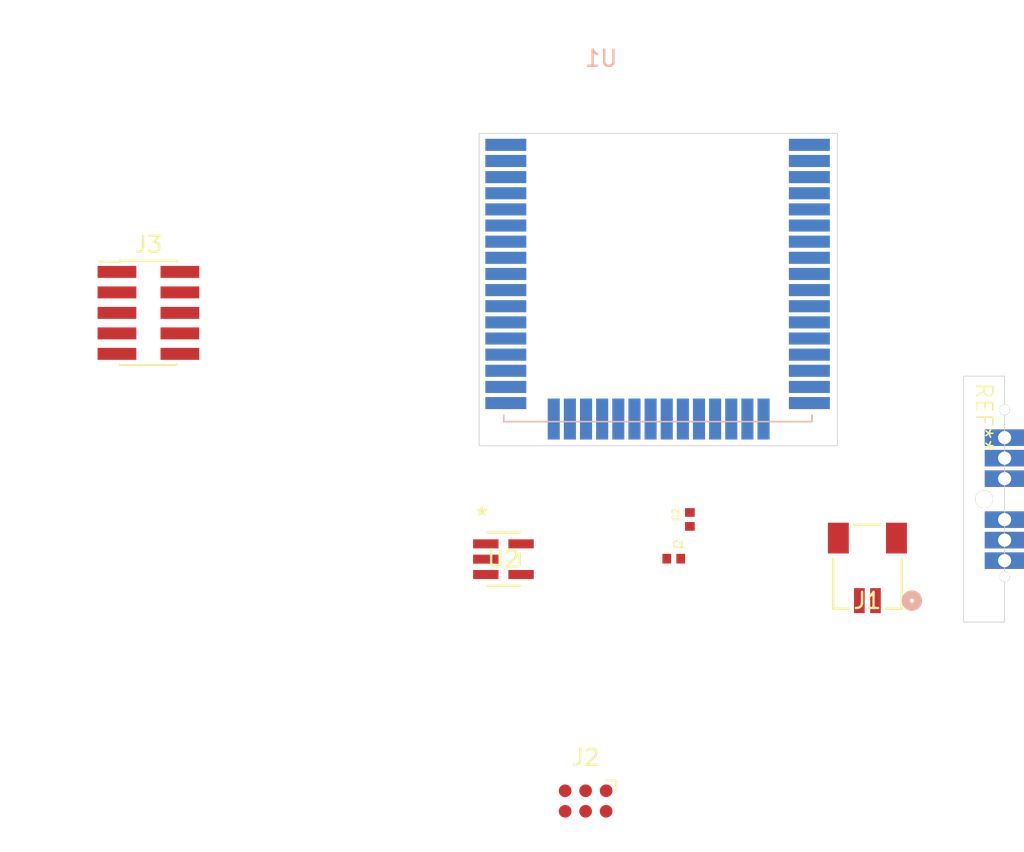
<source format=kicad_pcb>
(kicad_pcb (version 20240108) (generator "pcbnew") (generator_version "8.0")
  (layers (0 "F.Cu" signal) (31 "B.Cu" signal) (34 "B.Paste" user) (35 "F.Paste" user) (36 "B.SilkS" user "B.Silkscreen") (37 "F.SilkS" user "F.Silkscreen") (38 "B.Mask" user) (39 "F.Mask" user) (44 "Edge.Cuts" user))
  (net 0 "")
  (net 1 "Vreg")
  (net 2 "GND")
  (net 3 "Net-(U2-NR)")
  (net 4 "Net-(U2-EN)")
  (net 5 "Net-(J2-SWDIO)")
  (net 7 "Net-(J2-SWCLK)")
  (net 8 "RESET")
  (footprint "Package_TO_SOT_SMD:DDC5" (layer "F.Cu") (at 115.4478 95.529999)
    (property "Reference" "U2" (at 0 0 0) (layer "F.SilkS"))
    (property "Value" "TPS79933DDCR")
    (fp_line (start -1.0033 1.651) (end 1.0033 1.651) (stroke (width 0.1524)) (layer "F.SilkS"))
    (fp_line (start 1.0033 -1.651) (end -1.0033 -1.651) (stroke (width 0.1524)) (layer "F.SilkS"))
    (fp_line (start 1.0033 0.337861) (end 1.0033 -0.337861) (stroke (width 0.1524)) (layer "F.SilkS"))
    (fp_text user "*" (at -1.3462 -2.6518 0) (layer "F.SilkS"))
    (fp_text user "*" (at -1.3462 -2.6518 0) (layer "F.SilkS"))
    (pad "1" smd rect (at -1.0922 -0.950001) (size 1.5748 0.5588) (layers "F.Cu" "F.Paste" "F.Mask") (net 4 "Net-(U2-EN)"))
    (pad "2" smd rect (at -1.0922 0) (size 1.5748 0.5588) (layers "F.Cu" "F.Paste" "F.Mask") (net 2 "GND"))
    (pad "3" smd rect (at -1.0922 0.950001) (size 1.5748 0.5588) (layers "F.Cu" "F.Paste" "F.Mask") (net 4 "Net-(U2-EN)"))
    (pad "4" smd rect (at 1.0922 0.950001) (size 1.5748 0.5588) (layers "F.Cu" "F.Paste" "F.Mask") (net 3 "Net-(U2-NR)"))
    (pad "5" smd rect (at 1.0922 -0.950001) (size 1.5748 0.5588) (layers "F.Cu" "F.Paste" "F.Mask") (net 1 "Vreg"))
  )
  (footprint "Connector_PinHeader_1.27mm:PinHeader_2x05_P1.27mm_Vertical_SMD" (layer "F.Cu") (at 93.45 80.27)
    (property "Reference" "J3" (at 0 -4.235 0) (layer "F.SilkS"))
    (property "Value" "Conn_ARM_JTAG_SWD_10")
    (fp_line (start -3.09 -3.17) (end -1.765 -3.17) (stroke (width 0.12)) (layer "F.SilkS"))
    (fp_line (start -1.765 -3.235) (end -1.765 -3.17) (stroke (width 0.12)) (layer "F.SilkS"))
    (fp_line (start -1.765 -3.235) (end 1.765 -3.235) (stroke (width 0.12)) (layer "F.SilkS"))
    (fp_line (start -1.765 3.17) (end -1.765 3.235) (stroke (width 0.12)) (layer "F.SilkS"))
    (fp_line (start -1.765 3.235) (end 1.765 3.235) (stroke (width 0.12)) (layer "F.SilkS"))
    (fp_line (start 1.765 -3.235) (end 1.765 -3.17) (stroke (width 0.12)) (layer "F.SilkS"))
    (fp_line (start 1.765 3.17) (end 1.765 3.235) (stroke (width 0.12)) (layer "F.SilkS"))
    (pad "1" smd rect (at -1.95 -2.54) (size 2.4 0.74) (layers "F.Cu" "F.Paste" "F.Mask") (net 1 "Vreg"))
    (pad "2" smd rect (at 1.95 -2.54) (size 2.4 0.74) (layers "F.Cu" "F.Paste" "F.Mask") (net 5 "Net-(J2-SWDIO)"))
    (pad "3" smd rect (at -1.95 -1.27) (size 2.4 0.74) (layers "F.Cu" "F.Paste" "F.Mask") (net 2 "GND"))
    (pad "4" smd rect (at 1.95 -1.27) (size 2.4 0.74) (layers "F.Cu" "F.Paste" "F.Mask") (net 7 "Net-(J2-SWCLK)"))
    (pad "5" smd rect (at -1.95 0) (size 2.4 0.74) (layers "F.Cu" "F.Paste" "F.Mask") (net 2 "GND"))
    (pad "6" smd rect (at 1.95 0) (size 2.4 0.74) (layers "F.Cu" "F.Paste" "F.Mask"))
    (pad "7" smd rect (at -1.95 1.27) (size 2.4 0.74) (layers "F.Cu" "F.Paste" "F.Mask"))
    (pad "8" smd rect (at 1.95 1.27) (size 2.4 0.74) (layers "F.Cu" "F.Paste" "F.Mask"))
    (pad "9" smd rect (at -1.95 2.54) (size 2.4 0.74) (layers "F.Cu" "F.Paste" "F.Mask") (net 2 "GND"))
    (pad "10" smd rect (at 1.95 2.54) (size 2.4 0.74) (layers "F.Cu" "F.Paste" "F.Mask") (net 8 "RESET"))
  )
  (footprint "imported:GRM155C80J225KE95D" (layer "F.Cu") (at 127 93.068 90)
    (property "Reference" "C2" (at 0.3 -0.88 90) (layer "F.SilkS") (effects (font (size 0.393701 0.393701))))
    (property "Value" "C")
    (pad "1" smd rect (at -0.432 0 90) (size 0.54 0.6) (layers "F.Cu" "F.Paste" "F.Mask") (net 3 "Net-(U2-NR)"))
    (pad "2" smd rect (at 0.432 0 90) (size 0.54 0.6) (layers "F.Cu" "F.Paste" "F.Mask") (net 2 "GND"))
  )
  (footprint "Connector:Tag-Connect_TC2030-IDC-NL_2x03_P1.27mm_Vertical" (layer "F.Cu") (at 120.54 110.516 180)
    (property "Reference" "J2" (at 0 2.7 0) (layer "F.SilkS"))
    (property "Value" "Conn_ARM_SWD_TagConnect_TC2030-NL")
    (fp_line (start -1.27 1.27) (end -1.905 1.27) (stroke (width 0.12)) (layer "F.SilkS"))
    (fp_line (start -1.905 1.27) (end -1.905 0.635) (stroke (width 0.12)) (layer "F.SilkS"))
    (pad "" np_thru_hole circle (at -2.54 0 180) (size 0.9906 0.9906) (drill 0.9906) (layers "*.Cu" "*.Mask"))
    (pad "" np_thru_hole circle (at 2.54 -1.016 180) (size 0.9906 0.9906) (drill 0.9906) (layers "*.Cu" "*.Mask"))
    (pad "" np_thru_hole circle (at 2.54 1.016 180) (size 0.9906 0.9906) (drill 0.9906) (layers "*.Cu" "*.Mask"))
    (pad "1" connect circle (at -1.27 0.635 180) (size 0.7874 0.7874) (layers "F.Cu" "F.Mask") (net 1 "Vreg"))
    (pad "2" connect circle (at -1.27 -0.635 180) (size 0.7874 0.7874) (layers "F.Cu" "F.Mask") (net 5 "Net-(J2-SWDIO)"))
    (pad "3" connect circle (at 0 0.635 180) (size 0.7874 0.7874) (layers "F.Cu" "F.Mask") (net 8 "RESET"))
    (pad "4" connect circle (at 0 -0.635 180) (size 0.7874 0.7874) (layers "F.Cu" "F.Mask") (net 7 "Net-(J2-SWCLK)"))
    (pad "5" connect circle (at 1.27 0.635 180) (size 0.7874 0.7874) (layers "F.Cu" "F.Mask") (net 2 "GND"))
    (pad "6" connect circle (at 1.27 -0.635 180) (size 0.7874 0.7874) (layers "F.Cu" "F.Mask"))
  )
  (footprint "custom:edgeconnect" (layer "F.Cu") (at 145.23 91.81 -90)
    (property "Reference" "REF**" (at -5.08 0 -90) (layer "F.SilkS") (effects (font (thickness 0.1))))
    (property "Value" "edgeconnect")
    (fp_rect (start -7.62 -1.27) (end 7.62 1.27) (stroke (width 0.05)) (fill none) (layer "Edge.Cuts"))
    (pad "1" thru_hole rect (at 3.81 -1.27 270) (size 1.02 2.45) (drill 0.8128) (property pad_prop_castellated) (layers "*.Cu" "*.Mask"))
    (pad "2" thru_hole rect (at 2.54 -1.27 270) (size 1.02 2.45) (drill 0.8128) (property pad_prop_castellated) (layers "*.Cu" "*.Mask"))
    (pad "3" thru_hole rect (at 1.27 -1.27 270) (size 1.02 2.45) (drill 0.8128) (property pad_prop_castellated) (layers "*.Cu" "*.Mask"))
    (pad "4" thru_hole rect (at -1.27 -1.27 270) (size 1.02 2.45) (drill 0.8128) (property pad_prop_castellated) (layers "*.Cu" "*.Mask"))
    (pad "5" thru_hole rect (at -2.54 -1.27 270) (size 1.02 2.45) (drill 0.8128) (property pad_prop_castellated) (layers "*.Cu" "*.Mask"))
    (pad "6" thru_hole rect (at -3.81 -1.27 270) (size 1.02 2.45) (drill 0.8128) (property pad_prop_castellated) (layers "*.Cu" "*.Mask"))
    (pad "7" thru_hole circle (at 4.81 -1.27 270) (size 0.64 0.64) (drill 0.64) (property pad_prop_castellated) (layers "*.Cu" "*.Mask"))
    (pad "8" thru_hole circle (at -5.54 -1.27 270) (size 0.64 0.64) (drill 0.64) (property pad_prop_castellated) (layers "*.Cu" "*.Mask"))
    (pad "9" thru_hole circle (at 0 0 270) (size 1.1 1.1) (drill 1.1) (property pad_prop_castellated) (layers "*.Cu" "*.Mask"))
  )
  (footprint "imported:GRM155C80J225KE95D" (layer "F.Cu") (at 126 95.5)
    (property "Reference" "C1" (at 0.3 -0.88 0) (layer "F.SilkS") (effects (font (size 0.393701 0.393701))))
    (property "Value" "2.2uF")
    (pad "1" smd rect (at -0.432 0) (size 0.54 0.6) (layers "F.Cu" "F.Paste" "F.Mask") (net 2 "GND"))
    (pad "2" smd rect (at 0.432 0) (size 0.54 0.6) (layers "F.Cu" "F.Paste" "F.Mask") (net 1 "Vreg"))
  )
  (footprint "Connector_JST:CONN_SM02B-SRSS-TB_JST" (layer "F.Cu") (at 138 96)
    (property "Reference" "J1" (at 0 2.0985 0) (layer "F.SilkS"))
    (property "Value" "SM02B-SRSS-TB LFSN")
    (fp_circle (center 2.7559 2.0985) (end 3.1369 2.0985) (stroke (width 0.508)) (fill none) (layer "B.SilkS"))
    (fp_line (start -2.1209 -0.491261) (end -2.1209 2.6035) (stroke (width 0.1524)) (layer "F.SilkS"))
    (fp_line (start -2.1209 2.6035) (end -1.162939 2.6035) (stroke (width 0.1524)) (layer "F.SilkS"))
    (fp_line (start 0.819559 -2.6035) (end -0.819559 -2.6035) (stroke (width 0.1524)) (layer "F.SilkS"))
    (fp_line (start 1.162939 2.6035) (end 2.1209 2.6035) (stroke (width 0.1524)) (layer "F.SilkS"))
    (fp_line (start 2.1209 2.6035) (end 2.1209 -0.491261) (stroke (width 0.1524)) (layer "F.SilkS"))
    (fp_circle (center 2.7559 2.0985) (end 3.1369 2.0985) (stroke (width 0.508)) (fill none) (layer "F.SilkS"))
    (pad "1" smd rect (at 0.499999 2.0985) (size 0.6604 1.5494) (layers "F.Cu" "F.Paste" "F.Mask") (net 4 "Net-(U2-EN)"))
    (pad "2" smd rect (at -0.499999 2.0985) (size 0.6604 1.5494) (layers "F.Cu" "F.Paste" "F.Mask") (net 2 "GND"))
    (pad "3" smd rect (at -1.799999 -1.776501) (size 1.2954 1.905) (layers "F.Cu" "F.Paste" "F.Mask"))
    (pad "4" smd rect (at 1.799999 -1.776501) (size 1.2954 1.905) (layers "F.Cu" "F.Paste" "F.Mask"))
  )
  (footprint "DWM3001C:DWM3001C" (layer "B.Cu") (at 134.565 87.0075 180)
    (property "Reference" "U1" (at 13.065 22.5075 0) (layer "B.SilkS") (effects (justify mirror)))
    (property "Value" "DWM3001C")
    (fp_line (start 19.1 0.4) (end 19.1 0) (stroke (width 0.1)) (layer "B.SilkS"))
    (fp_line (start 19.1 0) (end 0 0) (stroke (width 0.1)) (layer "B.SilkS"))
    (fp_line (start 0 0.4) (end 0 0) (stroke (width 0.1)) (layer "B.SilkS"))
    (pad "1" smd rect (at 0.16 17.15 180) (size 2.54 0.75) (layers "B.Cu" "B.Paste" "B.Mask") (net 2 "GND"))
    (pad "2" smd rect (at 0.16 16.15 180) (size 2.54 0.75) (layers "B.Cu" "B.Paste" "B.Mask") (net 7 "Net-(J2-SWCLK)"))
    (pad "3" smd rect (at 0.16 15.15 180) (size 2.54 0.75) (layers "B.Cu" "B.Paste" "B.Mask") (net 5 "Net-(J2-SWDIO)"))
    (pad "4" smd rect (at 0.16 14.15 180) (size 2.54 0.75) (layers "B.Cu" "B.Paste" "B.Mask"))
    (pad "5" smd rect (at 0.16 13.15 180) (size 2.54 0.75) (layers "B.Cu" "B.Paste" "B.Mask"))
    (pad "6" smd rect (at 0.16 12.15 180) (size 2.54 0.75) (layers "B.Cu" "B.Paste" "B.Mask"))
    (pad "7" smd rect (at 0.16 11.15 180) (size 2.54 0.75) (layers "B.Cu" "B.Paste" "B.Mask"))
    (pad "8" smd rect (at 0.16 10.15 180) (size 2.54 0.75) (layers "B.Cu" "B.Paste" "B.Mask"))
    (pad "9" smd rect (at 0.16 9.15 180) (size 2.54 0.75) (layers "B.Cu" "B.Paste" "B.Mask"))
    (pad "10" smd rect (at 0.16 8.15 180) (size 2.54 0.75) (layers "B.Cu" "B.Paste" "B.Mask"))
    (pad "11" smd rect (at 0.16 7.15 180) (size 2.54 0.75) (layers "B.Cu" "B.Paste" "B.Mask") (net 2 "GND"))
    (pad "12" smd rect (at 0.16 6.15 180) (size 2.54 0.75) (layers "B.Cu" "B.Paste" "B.Mask") (net 1 "Vreg"))
    (pad "13" smd rect (at 0.16 5.15 180) (size 2.54 0.75) (layers "B.Cu" "B.Paste" "B.Mask"))
    (pad "14" smd rect (at 0.16 4.15 180) (size 2.54 0.75) (layers "B.Cu" "B.Paste" "B.Mask"))
    (pad "15" smd rect (at 0.16 3.15 180) (size 2.54 0.75) (layers "B.Cu" "B.Paste" "B.Mask"))
    (pad "16" smd rect (at 0.16 2.15 180) (size 2.54 0.75) (layers "B.Cu" "B.Paste" "B.Mask"))
    (pad "17" smd rect (at 0.16 1.15 180) (size 2.54 0.75) (layers "B.Cu" "B.Paste" "B.Mask"))
    (pad "18" smd rect (at 3 0.16 90) (size 2.54 0.75) (layers "B.Cu" "B.Paste" "B.Mask"))
    (pad "19" smd rect (at 4 0.16 90) (size 2.54 0.75) (layers "B.Cu" "B.Paste" "B.Mask"))
    (pad "20" smd rect (at 5 0.16 90) (size 2.54 0.75) (layers "B.Cu" "B.Paste" "B.Mask"))
    (pad "21" smd rect (at 6 0.16 90) (size 2.54 0.75) (layers "B.Cu" "B.Paste" "B.Mask") (net 2 "GND"))
    (pad "22" smd rect (at 7 0.16 90) (size 2.54 0.75) (layers "B.Cu" "B.Paste" "B.Mask"))
    (pad "23" smd rect (at 8 0.16 90) (size 2.54 0.75) (layers "B.Cu" "B.Paste" "B.Mask"))
    (pad "24" smd rect (at 9 0.16 90) (size 2.54 0.75) (layers "B.Cu" "B.Paste" "B.Mask"))
    (pad "25" smd rect (at 10 0.16 90) (size 2.54 0.75) (layers "B.Cu" "B.Paste" "B.Mask"))
    (pad "26" smd rect (at 11 0.16 90) (size 2.54 0.75) (layers "B.Cu" "B.Paste" "B.Mask"))
    (pad "27" smd rect (at 12 0.16 90) (size 2.54 0.75) (layers "B.Cu" "B.Paste" "B.Mask"))
    (pad "28" smd rect (at 13 0.16 90) (size 2.54 0.75) (layers "B.Cu" "B.Paste" "B.Mask"))
    (pad "29" smd rect (at 14 0.16 90) (size 2.54 0.75) (layers "B.Cu" "B.Paste" "B.Mask"))
    (pad "30" smd rect (at 15 0.16 90) (size 2.54 0.75) (layers "B.Cu" "B.Paste" "B.Mask"))
    (pad "31" smd rect (at 16 0.16 90) (size 2.54 0.75) (layers "B.Cu" "B.Paste" "B.Mask"))
    (pad "32" smd rect (at 18.97 1.15 180) (size 2.54 0.75) (layers "B.Cu" "B.Paste" "B.Mask"))
    (pad "33" smd rect (at 18.97 2.15 180) (size 2.54 0.75) (layers "B.Cu" "B.Paste" "B.Mask"))
    (pad "34" smd rect (at 18.97 3.15 180) (size 2.54 0.75) (layers "B.Cu" "B.Paste" "B.Mask"))
    (pad "35" smd rect (at 18.97 4.15 180) (size 2.54 0.75) (layers "B.Cu" "B.Paste" "B.Mask"))
    (pad "36" smd rect (at 18.97 5.15 180) (size 2.54 0.75) (layers "B.Cu" "B.Paste" "B.Mask"))
    (pad "37" smd rect (at 18.97 6.15 180) (size 2.54 0.75) (layers "B.Cu" "B.Paste" "B.Mask"))
    (pad "38" smd rect (at 18.97 7.15 180) (size 2.54 0.75) (layers "B.Cu" "B.Paste" "B.Mask") (net 2 "GND"))
    (pad "39" smd rect (at 18.97 8.15 180) (size 2.54 0.75) (layers "B.Cu" "B.Paste" "B.Mask"))
    (pad "40" smd rect (at 18.97 9.15 180) (size 2.54 0.75) (layers "B.Cu" "B.Paste" "B.Mask"))
    (pad "41" smd rect (at 18.97 10.15 180) (size 2.54 0.75) (layers "B.Cu" "B.Paste" "B.Mask"))
    (pad "42" smd rect (at 18.97 11.15 180) (size 2.54 0.75) (layers "B.Cu" "B.Paste" "B.Mask"))
    (pad "43" smd rect (at 18.97 12.15 180) (size 2.54 0.75) (layers "B.Cu" "B.Paste" "B.Mask"))
    (pad "44" smd rect (at 18.97 13.15 180) (size 2.54 0.75) (layers "B.Cu" "B.Paste" "B.Mask"))
    (pad "45" smd rect (at 18.97 14.15 180) (size 2.54 0.75) (layers "B.Cu" "B.Paste" "B.Mask"))
    (pad "46" smd rect (at 18.97 15.15 180) (size 2.54 0.75) (layers "B.Cu" "B.Paste" "B.Mask"))
    (pad "47" smd rect (at 18.97 16.15 180) (size 2.54 0.75) (layers "B.Cu" "B.Paste" "B.Mask") (net 8 "RESET"))
    (pad "48" smd rect (at 18.97 17.15 180) (size 2.54 0.75) (layers "B.Cu" "B.Paste" "B.Mask") (net 2 "GND"))
  )
  (gr_rect (start 113.94 69.15) (end 136.145 88.5) (stroke (width 0.05)) (fill none) (layer "Edge.Cuts"))
)
</source>
